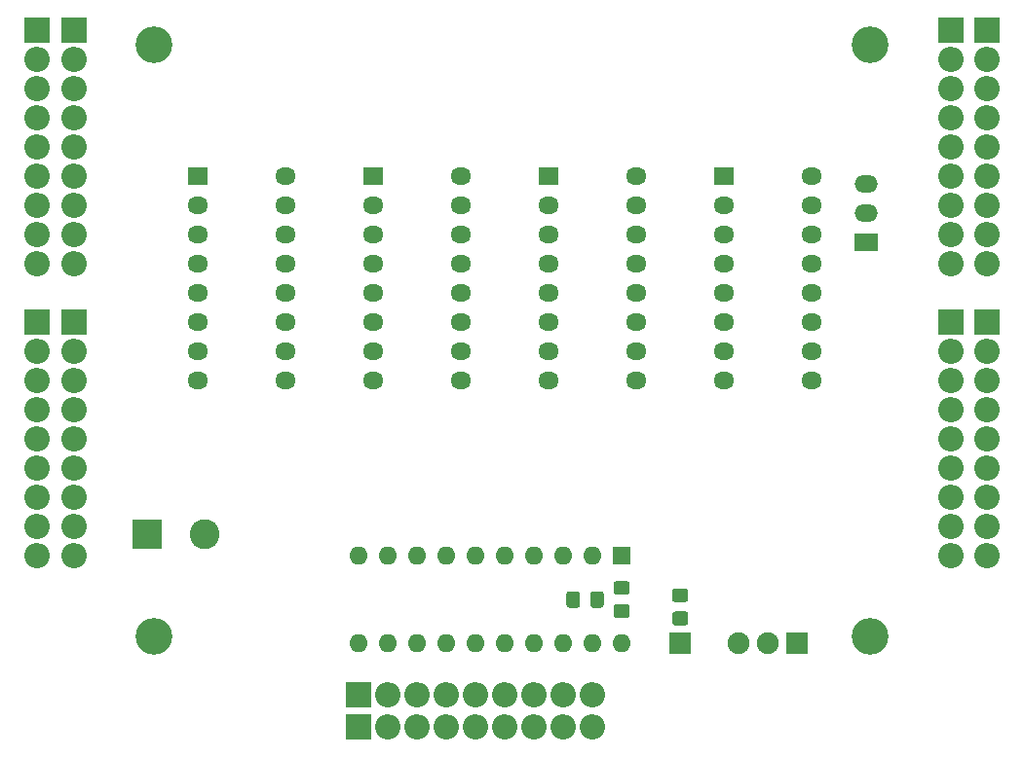
<source format=gbr>
%TF.GenerationSoftware,KiCad,Pcbnew,(5.1.8)-1*%
%TF.CreationDate,2023-02-18T12:33:22+03:00*%
%TF.ProjectId,MUX4x1,4d555834-7831-42e6-9b69-6361645f7063,rev?*%
%TF.SameCoordinates,Original*%
%TF.FileFunction,Soldermask,Bot*%
%TF.FilePolarity,Negative*%
%FSLAX46Y46*%
G04 Gerber Fmt 4.6, Leading zero omitted, Abs format (unit mm)*
G04 Created by KiCad (PCBNEW (5.1.8)-1) date 2023-02-18 12:33:22*
%MOMM*%
%LPD*%
G01*
G04 APERTURE LIST*
%ADD10O,1.900000X1.900000*%
%ADD11R,1.900000X1.900000*%
%ADD12C,3.200000*%
%ADD13O,2.200000X2.200000*%
%ADD14R,2.200000X2.200000*%
%ADD15O,1.800000X1.500000*%
%ADD16R,1.800000X1.500000*%
%ADD17O,2.000000X1.500000*%
%ADD18R,2.000000X1.500000*%
%ADD19R,2.600000X2.600000*%
%ADD20C,2.600000*%
%ADD21R,1.600000X1.600000*%
%ADD22O,1.600000X1.600000*%
G04 APERTURE END LIST*
D10*
%TO.C,J14*%
X134620000Y-114300000D03*
X137160000Y-114300000D03*
D11*
X139700000Y-114300000D03*
%TD*%
D12*
%TO.C,H4*%
X146050000Y-62230000D03*
%TD*%
%TO.C,R5*%
G36*
G01*
X129089999Y-111525000D02*
X129990001Y-111525000D01*
G75*
G02*
X130240000Y-111774999I0J-249999D01*
G01*
X130240000Y-112475001D01*
G75*
G02*
X129990001Y-112725000I-249999J0D01*
G01*
X129089999Y-112725000D01*
G75*
G02*
X128840000Y-112475001I0J249999D01*
G01*
X128840000Y-111774999D01*
G75*
G02*
X129089999Y-111525000I249999J0D01*
G01*
G37*
G36*
G01*
X129089999Y-109525000D02*
X129990001Y-109525000D01*
G75*
G02*
X130240000Y-109774999I0J-249999D01*
G01*
X130240000Y-110475001D01*
G75*
G02*
X129990001Y-110725000I-249999J0D01*
G01*
X129089999Y-110725000D01*
G75*
G02*
X128840000Y-110475001I0J249999D01*
G01*
X128840000Y-109774999D01*
G75*
G02*
X129089999Y-109525000I249999J0D01*
G01*
G37*
%TD*%
D11*
%TO.C,J13*%
X129540000Y-114300000D03*
%TD*%
%TO.C,C3*%
G36*
G01*
X120835000Y-110015000D02*
X120835000Y-110965000D01*
G75*
G02*
X120585000Y-111215000I-250000J0D01*
G01*
X119910000Y-111215000D01*
G75*
G02*
X119660000Y-110965000I0J250000D01*
G01*
X119660000Y-110015000D01*
G75*
G02*
X119910000Y-109765000I250000J0D01*
G01*
X120585000Y-109765000D01*
G75*
G02*
X120835000Y-110015000I0J-250000D01*
G01*
G37*
G36*
G01*
X122910000Y-110015000D02*
X122910000Y-110965000D01*
G75*
G02*
X122660000Y-111215000I-250000J0D01*
G01*
X121985000Y-111215000D01*
G75*
G02*
X121735000Y-110965000I0J250000D01*
G01*
X121735000Y-110015000D01*
G75*
G02*
X121985000Y-109765000I250000J0D01*
G01*
X122660000Y-109765000D01*
G75*
G02*
X122910000Y-110015000I0J-250000D01*
G01*
G37*
%TD*%
D12*
%TO.C,H3*%
X83820000Y-113665000D03*
%TD*%
D13*
%TO.C,J12*%
X121920000Y-121602500D03*
X119380000Y-121602500D03*
X116840000Y-121602500D03*
X114300000Y-121602500D03*
X111760000Y-121602500D03*
X109220000Y-121602500D03*
X106680000Y-121602500D03*
X104140000Y-121602500D03*
D14*
X101600000Y-121602500D03*
%TD*%
D13*
%TO.C,J11*%
X156210000Y-81280000D03*
X156210000Y-78740000D03*
X156210000Y-76200000D03*
X156210000Y-73660000D03*
X156210000Y-71120000D03*
X156210000Y-68580000D03*
X156210000Y-66040000D03*
X156210000Y-63500000D03*
D14*
X156210000Y-60960000D03*
%TD*%
D13*
%TO.C,J10*%
X73660000Y-81280000D03*
X73660000Y-78740000D03*
X73660000Y-76200000D03*
X73660000Y-73660000D03*
X73660000Y-71120000D03*
X73660000Y-68580000D03*
X73660000Y-66040000D03*
X73660000Y-63500000D03*
D14*
X73660000Y-60960000D03*
%TD*%
D13*
%TO.C,J9*%
X156210000Y-106680000D03*
X156210000Y-104140000D03*
X156210000Y-101600000D03*
X156210000Y-99060000D03*
X156210000Y-96520000D03*
X156210000Y-93980000D03*
X156210000Y-91440000D03*
X156210000Y-88900000D03*
D14*
X156210000Y-86360000D03*
%TD*%
D13*
%TO.C,J8*%
X73660000Y-106680000D03*
X73660000Y-104140000D03*
X73660000Y-101600000D03*
X73660000Y-99060000D03*
X73660000Y-96520000D03*
X73660000Y-93980000D03*
X73660000Y-91440000D03*
X73660000Y-88900000D03*
D14*
X73660000Y-86360000D03*
%TD*%
D15*
%TO.C,U2*%
X110490000Y-73660000D03*
X102870000Y-91440000D03*
X110490000Y-76200000D03*
X102870000Y-88900000D03*
X110490000Y-78740000D03*
X102870000Y-86360000D03*
X110490000Y-81280000D03*
X102870000Y-83820000D03*
X110490000Y-83820000D03*
X102870000Y-81280000D03*
X110490000Y-86360000D03*
X102870000Y-78740000D03*
X110490000Y-88900000D03*
X102870000Y-76200000D03*
X110490000Y-91440000D03*
D16*
X102870000Y-73660000D03*
%TD*%
D17*
%TO.C,J7*%
X145732500Y-74295000D03*
X145732500Y-76835000D03*
D18*
X145732500Y-79375000D03*
%TD*%
D12*
%TO.C,H1*%
X83820000Y-62230000D03*
%TD*%
%TO.C,H2*%
X146050000Y-113665000D03*
%TD*%
D19*
%TO.C,J1*%
X83185000Y-104775000D03*
D20*
X88185000Y-104775000D03*
%TD*%
D14*
%TO.C,J2*%
X76835000Y-86360000D03*
D13*
X76835000Y-88900000D03*
X76835000Y-91440000D03*
X76835000Y-93980000D03*
X76835000Y-96520000D03*
X76835000Y-99060000D03*
X76835000Y-101600000D03*
X76835000Y-104140000D03*
X76835000Y-106680000D03*
%TD*%
%TO.C,J3*%
X153035000Y-106680000D03*
X153035000Y-104140000D03*
X153035000Y-101600000D03*
X153035000Y-99060000D03*
X153035000Y-96520000D03*
X153035000Y-93980000D03*
X153035000Y-91440000D03*
X153035000Y-88900000D03*
D14*
X153035000Y-86360000D03*
%TD*%
%TO.C,J4*%
X76835000Y-60960000D03*
D13*
X76835000Y-63500000D03*
X76835000Y-66040000D03*
X76835000Y-68580000D03*
X76835000Y-71120000D03*
X76835000Y-73660000D03*
X76835000Y-76200000D03*
X76835000Y-78740000D03*
X76835000Y-81280000D03*
%TD*%
%TO.C,J5*%
X153035000Y-81280000D03*
X153035000Y-78740000D03*
X153035000Y-76200000D03*
X153035000Y-73660000D03*
X153035000Y-71120000D03*
X153035000Y-68580000D03*
X153035000Y-66040000D03*
X153035000Y-63500000D03*
D14*
X153035000Y-60960000D03*
%TD*%
%TO.C,J6*%
X101600000Y-118745000D03*
D13*
X104140000Y-118745000D03*
X106680000Y-118745000D03*
X109220000Y-118745000D03*
X111760000Y-118745000D03*
X114300000Y-118745000D03*
X116840000Y-118745000D03*
X119380000Y-118745000D03*
X121920000Y-118745000D03*
%TD*%
D16*
%TO.C,U1*%
X87630000Y-73660000D03*
D15*
X95250000Y-91440000D03*
X87630000Y-76200000D03*
X95250000Y-88900000D03*
X87630000Y-78740000D03*
X95250000Y-86360000D03*
X87630000Y-81280000D03*
X95250000Y-83820000D03*
X87630000Y-83820000D03*
X95250000Y-81280000D03*
X87630000Y-86360000D03*
X95250000Y-78740000D03*
X87630000Y-88900000D03*
X95250000Y-76200000D03*
X87630000Y-91440000D03*
X95250000Y-73660000D03*
%TD*%
D16*
%TO.C,U3*%
X118110000Y-73660000D03*
D15*
X125730000Y-91440000D03*
X118110000Y-76200000D03*
X125730000Y-88900000D03*
X118110000Y-78740000D03*
X125730000Y-86360000D03*
X118110000Y-81280000D03*
X125730000Y-83820000D03*
X118110000Y-83820000D03*
X125730000Y-81280000D03*
X118110000Y-86360000D03*
X125730000Y-78740000D03*
X118110000Y-88900000D03*
X125730000Y-76200000D03*
X118110000Y-91440000D03*
X125730000Y-73660000D03*
%TD*%
%TO.C,U4*%
X140970000Y-73660000D03*
X133350000Y-91440000D03*
X140970000Y-76200000D03*
X133350000Y-88900000D03*
X140970000Y-78740000D03*
X133350000Y-86360000D03*
X140970000Y-81280000D03*
X133350000Y-83820000D03*
X140970000Y-83820000D03*
X133350000Y-81280000D03*
X140970000Y-86360000D03*
X133350000Y-78740000D03*
X140970000Y-88900000D03*
X133350000Y-76200000D03*
X140970000Y-91440000D03*
D16*
X133350000Y-73660000D03*
%TD*%
%TO.C,R4*%
G36*
G01*
X124009999Y-108890000D02*
X124910001Y-108890000D01*
G75*
G02*
X125160000Y-109139999I0J-249999D01*
G01*
X125160000Y-109840001D01*
G75*
G02*
X124910001Y-110090000I-249999J0D01*
G01*
X124009999Y-110090000D01*
G75*
G02*
X123760000Y-109840001I0J249999D01*
G01*
X123760000Y-109139999D01*
G75*
G02*
X124009999Y-108890000I249999J0D01*
G01*
G37*
G36*
G01*
X124009999Y-110890000D02*
X124910001Y-110890000D01*
G75*
G02*
X125160000Y-111139999I0J-249999D01*
G01*
X125160000Y-111840001D01*
G75*
G02*
X124910001Y-112090000I-249999J0D01*
G01*
X124009999Y-112090000D01*
G75*
G02*
X123760000Y-111840001I0J249999D01*
G01*
X123760000Y-111139999D01*
G75*
G02*
X124009999Y-110890000I249999J0D01*
G01*
G37*
%TD*%
D21*
%TO.C,U5*%
X124460000Y-106680000D03*
D22*
X101600000Y-114300000D03*
X121920000Y-106680000D03*
X104140000Y-114300000D03*
X119380000Y-106680000D03*
X106680000Y-114300000D03*
X116840000Y-106680000D03*
X109220000Y-114300000D03*
X114300000Y-106680000D03*
X111760000Y-114300000D03*
X111760000Y-106680000D03*
X114300000Y-114300000D03*
X109220000Y-106680000D03*
X116840000Y-114300000D03*
X106680000Y-106680000D03*
X119380000Y-114300000D03*
X104140000Y-106680000D03*
X121920000Y-114300000D03*
X101600000Y-106680000D03*
X124460000Y-114300000D03*
%TD*%
M02*

</source>
